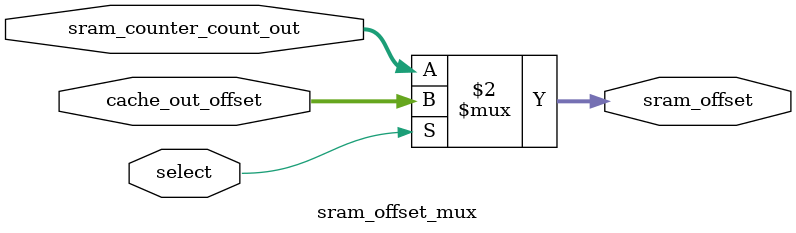
<source format=sv>

module sram_offset_mux(
	input wire [6:0] cache_out_offset, 
	input wire [6:0] sram_counter_count_out,
	input wire select,
	output wire [6:0] sram_offset
);

assign sram_offset = (select == 1'b1) ? cache_out_offset : sram_counter_count_out;

endmodule

</source>
